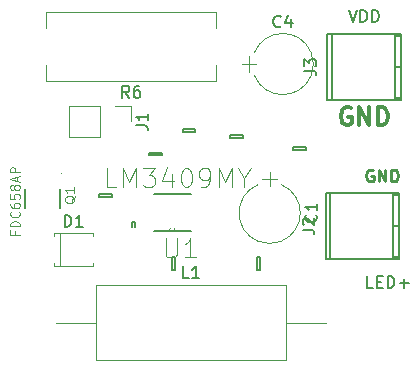
<source format=gbr>
G04 #@! TF.FileFunction,Legend,Top*
%FSLAX46Y46*%
G04 Gerber Fmt 4.6, Leading zero omitted, Abs format (unit mm)*
G04 Created by KiCad (PCBNEW 4.0.6) date 2017 July 13, Thursday 09:44:44*
%MOMM*%
%LPD*%
G01*
G04 APERTURE LIST*
%ADD10C,0.100000*%
%ADD11C,0.250000*%
%ADD12C,0.200000*%
%ADD13C,0.300000*%
%ADD14C,0.150000*%
%ADD15C,0.120000*%
%ADD16C,0.127000*%
%ADD17C,0.152400*%
%ADD18C,0.050000*%
G04 APERTURE END LIST*
D10*
D11*
X171738096Y-121500000D02*
X171642858Y-121452381D01*
X171500001Y-121452381D01*
X171357143Y-121500000D01*
X171261905Y-121595238D01*
X171214286Y-121690476D01*
X171166667Y-121880952D01*
X171166667Y-122023810D01*
X171214286Y-122214286D01*
X171261905Y-122309524D01*
X171357143Y-122404762D01*
X171500001Y-122452381D01*
X171595239Y-122452381D01*
X171738096Y-122404762D01*
X171785715Y-122357143D01*
X171785715Y-122023810D01*
X171595239Y-122023810D01*
X172214286Y-122452381D02*
X172214286Y-121452381D01*
X172785715Y-122452381D01*
X172785715Y-121452381D01*
X173261905Y-122452381D02*
X173261905Y-121452381D01*
X173500000Y-121452381D01*
X173642858Y-121500000D01*
X173738096Y-121595238D01*
X173785715Y-121690476D01*
X173833334Y-121880952D01*
X173833334Y-122023810D01*
X173785715Y-122214286D01*
X173738096Y-122309524D01*
X173642858Y-122404762D01*
X173500000Y-122452381D01*
X173261905Y-122452381D01*
D12*
X171738096Y-131452381D02*
X171261905Y-131452381D01*
X171261905Y-130452381D01*
X172071429Y-130928571D02*
X172404763Y-130928571D01*
X172547620Y-131452381D02*
X172071429Y-131452381D01*
X172071429Y-130452381D01*
X172547620Y-130452381D01*
X172976191Y-131452381D02*
X172976191Y-130452381D01*
X173214286Y-130452381D01*
X173357144Y-130500000D01*
X173452382Y-130595238D01*
X173500001Y-130690476D01*
X173547620Y-130880952D01*
X173547620Y-131023810D01*
X173500001Y-131214286D01*
X173452382Y-131309524D01*
X173357144Y-131404762D01*
X173214286Y-131452381D01*
X172976191Y-131452381D01*
X173976191Y-131071429D02*
X174738096Y-131071429D01*
X174357144Y-131452381D02*
X174357144Y-130690476D01*
X169666667Y-107952381D02*
X170000000Y-108952381D01*
X170333334Y-107952381D01*
X170666667Y-108952381D02*
X170666667Y-107952381D01*
X170904762Y-107952381D01*
X171047620Y-108000000D01*
X171142858Y-108095238D01*
X171190477Y-108190476D01*
X171238096Y-108380952D01*
X171238096Y-108523810D01*
X171190477Y-108714286D01*
X171142858Y-108809524D01*
X171047620Y-108904762D01*
X170904762Y-108952381D01*
X170666667Y-108952381D01*
X171666667Y-108952381D02*
X171666667Y-107952381D01*
X171904762Y-107952381D01*
X172047620Y-108000000D01*
X172142858Y-108095238D01*
X172190477Y-108190476D01*
X172238096Y-108380952D01*
X172238096Y-108523810D01*
X172190477Y-108714286D01*
X172142858Y-108809524D01*
X172047620Y-108904762D01*
X171904762Y-108952381D01*
X171666667Y-108952381D01*
D13*
X169857143Y-116250000D02*
X169714286Y-116178571D01*
X169500000Y-116178571D01*
X169285715Y-116250000D01*
X169142857Y-116392857D01*
X169071429Y-116535714D01*
X169000000Y-116821429D01*
X169000000Y-117035714D01*
X169071429Y-117321429D01*
X169142857Y-117464286D01*
X169285715Y-117607143D01*
X169500000Y-117678571D01*
X169642857Y-117678571D01*
X169857143Y-117607143D01*
X169928572Y-117535714D01*
X169928572Y-117035714D01*
X169642857Y-117035714D01*
X170571429Y-117678571D02*
X170571429Y-116178571D01*
X171428572Y-117678571D01*
X171428572Y-116178571D01*
X172142858Y-117678571D02*
X172142858Y-116178571D01*
X172500001Y-116178571D01*
X172714286Y-116250000D01*
X172857144Y-116392857D01*
X172928572Y-116535714D01*
X173000001Y-116821429D01*
X173000001Y-117035714D01*
X172928572Y-117321429D01*
X172857144Y-117464286D01*
X172714286Y-117607143D01*
X172500001Y-117678571D01*
X172142858Y-117678571D01*
D14*
X173410960Y-123420920D02*
X173410960Y-129019080D01*
X173908800Y-128820960D02*
X173410960Y-128820960D01*
X173410960Y-123619040D02*
X173908800Y-123619040D01*
X173908800Y-126220000D02*
X173410960Y-126220000D01*
X168109980Y-129019080D02*
X168109980Y-123420920D01*
X173908800Y-129019080D02*
X173908800Y-123420920D01*
X173908800Y-123420920D02*
X167711200Y-123420920D01*
X167711200Y-123420920D02*
X167711200Y-129019080D01*
X167711200Y-129019080D02*
X173908800Y-129019080D01*
X173560960Y-109950920D02*
X173560960Y-115549080D01*
X174058800Y-115350960D02*
X173560960Y-115350960D01*
X173560960Y-110149040D02*
X174058800Y-110149040D01*
X174058800Y-112750000D02*
X173560960Y-112750000D01*
X168259980Y-115549080D02*
X168259980Y-109950920D01*
X174058800Y-115549080D02*
X174058800Y-109950920D01*
X174058800Y-109950920D02*
X167861200Y-109950920D01*
X167861200Y-109950920D02*
X167861200Y-115549080D01*
X167861200Y-115549080D02*
X174058800Y-115549080D01*
X149650000Y-123545000D02*
X149650000Y-123795000D01*
X149650000Y-123795000D02*
X148550000Y-123795000D01*
X148550000Y-123795000D02*
X148550000Y-123545000D01*
X148550000Y-123545000D02*
X149650000Y-123545000D01*
X161915000Y-128890000D02*
X162165000Y-128890000D01*
X162165000Y-128890000D02*
X162165000Y-129990000D01*
X162165000Y-129990000D02*
X161915000Y-129990000D01*
X161915000Y-129990000D02*
X161915000Y-128890000D01*
D15*
X148610000Y-116040000D02*
X146010000Y-116040000D01*
X146010000Y-116040000D02*
X146010000Y-118700000D01*
X146010000Y-118700000D02*
X148610000Y-118700000D01*
X148610000Y-118700000D02*
X148610000Y-116040000D01*
X149880000Y-116040000D02*
X151210000Y-116040000D01*
X151210000Y-116040000D02*
X151210000Y-117370000D01*
X148240000Y-131190000D02*
X148240000Y-137610000D01*
X148240000Y-137610000D02*
X164360000Y-137610000D01*
X164360000Y-137610000D02*
X164360000Y-131190000D01*
X164360000Y-131190000D02*
X148240000Y-131190000D01*
X144880000Y-134400000D02*
X148240000Y-134400000D01*
X167720000Y-134400000D02*
X164360000Y-134400000D01*
D14*
X155600000Y-118295000D02*
X155600000Y-118045000D01*
X155600000Y-118045000D02*
X156700000Y-118045000D01*
X156700000Y-118045000D02*
X156700000Y-118295000D01*
X156700000Y-118295000D02*
X155600000Y-118295000D01*
X153870000Y-120005000D02*
X153870000Y-120255000D01*
X153870000Y-120255000D02*
X152770000Y-120255000D01*
X152770000Y-120255000D02*
X152770000Y-120005000D01*
X152770000Y-120005000D02*
X153870000Y-120005000D01*
X154705000Y-128830000D02*
X154955000Y-128830000D01*
X154955000Y-128830000D02*
X154955000Y-129930000D01*
X154955000Y-129930000D02*
X154705000Y-129930000D01*
X154705000Y-129930000D02*
X154705000Y-128830000D01*
X159600000Y-118735000D02*
X159600000Y-118485000D01*
X159600000Y-118485000D02*
X160700000Y-118485000D01*
X160700000Y-118485000D02*
X160700000Y-118735000D01*
X160700000Y-118735000D02*
X159600000Y-118735000D01*
X164980000Y-119775000D02*
X164980000Y-119525000D01*
X164980000Y-119525000D02*
X166080000Y-119525000D01*
X166080000Y-119525000D02*
X166080000Y-119775000D01*
X166080000Y-119775000D02*
X164980000Y-119775000D01*
D16*
X145200000Y-123070000D02*
X145200000Y-124670000D01*
X142300000Y-124670000D02*
X142300000Y-123070000D01*
D10*
X145400000Y-121770000D02*
G75*
G03X145400000Y-121770000I-50000J0D01*
G01*
D17*
X156279400Y-123550600D02*
X153180600Y-123550600D01*
X153180600Y-126649400D02*
X154425200Y-126649400D01*
X154425200Y-126649400D02*
X155034800Y-126649400D01*
X155034800Y-126649400D02*
X156279400Y-126649400D01*
D10*
X154425202Y-126649398D02*
G75*
G02X154577600Y-126395400I296168J-4982D01*
G01*
X154882402Y-126395399D02*
G75*
G02X155034800Y-126649400I-143772J-258981D01*
G01*
D17*
X151326400Y-126293800D02*
X151326400Y-125912800D01*
X151326400Y-125912800D02*
X151580400Y-125912800D01*
X151580400Y-125912800D02*
X151580400Y-126293800D01*
D15*
X163961400Y-127516863D02*
G75*
G03X163960000Y-122722564I-981400J2396863D01*
G01*
X161998600Y-127516863D02*
G75*
G02X162000000Y-122722564I981400J2396863D01*
G01*
X161998600Y-127516863D02*
G75*
G03X163960000Y-127517436I981400J2396863D01*
G01*
X162980000Y-121670000D02*
X162980000Y-122870000D01*
X163630000Y-122270000D02*
X162330000Y-122270000D01*
X166486863Y-111528600D02*
G75*
G03X161692564Y-111530000I-2396863J-981400D01*
G01*
X166486863Y-113491400D02*
G75*
G02X161692564Y-113490000I-2396863J981400D01*
G01*
X166486863Y-113491400D02*
G75*
G03X166487436Y-111530000I-2396863J981400D01*
G01*
X160640000Y-112510000D02*
X161840000Y-112510000D01*
X161240000Y-111860000D02*
X161240000Y-113160000D01*
X144690000Y-127030000D02*
X144690000Y-126850000D01*
X144690000Y-126850000D02*
X148010000Y-126850000D01*
X148010000Y-126850000D02*
X148010000Y-127030000D01*
X144690000Y-129390000D02*
X144690000Y-129570000D01*
X144690000Y-129570000D02*
X148010000Y-129570000D01*
X148010000Y-129570000D02*
X148010000Y-129390000D01*
X145230000Y-126850000D02*
X145230000Y-129570000D01*
X158460000Y-112580000D02*
X158460000Y-113910000D01*
X158460000Y-113910000D02*
X144040000Y-113910000D01*
X144040000Y-113910000D02*
X144040000Y-112580000D01*
X158460000Y-109420000D02*
X158460000Y-108090000D01*
X158460000Y-108090000D02*
X144040000Y-108090000D01*
X144040000Y-108090000D02*
X144040000Y-109420000D01*
D14*
X165761501Y-126553333D02*
X166475787Y-126553333D01*
X166618644Y-126600953D01*
X166713882Y-126696191D01*
X166761501Y-126839048D01*
X166761501Y-126934286D01*
X165856739Y-126124762D02*
X165809120Y-126077143D01*
X165761501Y-125981905D01*
X165761501Y-125743809D01*
X165809120Y-125648571D01*
X165856739Y-125600952D01*
X165951977Y-125553333D01*
X166047215Y-125553333D01*
X166190072Y-125600952D01*
X166761501Y-126172381D01*
X166761501Y-125553333D01*
X165911501Y-113083333D02*
X166625787Y-113083333D01*
X166768644Y-113130953D01*
X166863882Y-113226191D01*
X166911501Y-113369048D01*
X166911501Y-113464286D01*
X165911501Y-112702381D02*
X165911501Y-112083333D01*
X166292453Y-112416667D01*
X166292453Y-112273809D01*
X166340072Y-112178571D01*
X166387691Y-112130952D01*
X166482930Y-112083333D01*
X166721025Y-112083333D01*
X166816263Y-112130952D01*
X166863882Y-112178571D01*
X166911501Y-112273809D01*
X166911501Y-112559524D01*
X166863882Y-112654762D01*
X166816263Y-112702381D01*
X151662381Y-117703333D02*
X152376667Y-117703333D01*
X152519524Y-117750953D01*
X152614762Y-117846191D01*
X152662381Y-117989048D01*
X152662381Y-118084286D01*
X152662381Y-116703333D02*
X152662381Y-117274762D01*
X152662381Y-116989048D02*
X151662381Y-116989048D01*
X151805238Y-117084286D01*
X151900476Y-117179524D01*
X151948095Y-117274762D01*
X156133334Y-130642381D02*
X155657143Y-130642381D01*
X155657143Y-129642381D01*
X156990477Y-130642381D02*
X156419048Y-130642381D01*
X156704762Y-130642381D02*
X156704762Y-129642381D01*
X156609524Y-129785238D01*
X156514286Y-129880476D01*
X156419048Y-129928095D01*
D18*
X146496095Y-123678190D02*
X146458000Y-123754381D01*
X146381810Y-123830571D01*
X146267524Y-123944857D01*
X146229429Y-124021048D01*
X146229429Y-124097238D01*
X146419905Y-124059143D02*
X146381810Y-124135333D01*
X146305619Y-124211524D01*
X146153238Y-124249619D01*
X145886571Y-124249619D01*
X145734190Y-124211524D01*
X145658000Y-124135333D01*
X145619905Y-124059143D01*
X145619905Y-123906762D01*
X145658000Y-123830571D01*
X145734190Y-123754381D01*
X145886571Y-123716286D01*
X146153238Y-123716286D01*
X146305619Y-123754381D01*
X146381810Y-123830571D01*
X146419905Y-123906762D01*
X146419905Y-124059143D01*
X146419905Y-122954381D02*
X146419905Y-123411524D01*
X146419905Y-123182953D02*
X145619905Y-123182953D01*
X145734190Y-123259143D01*
X145810381Y-123335334D01*
X145848476Y-123411524D01*
X141400857Y-126681428D02*
X141400857Y-126948095D01*
X141819905Y-126948095D02*
X141019905Y-126948095D01*
X141019905Y-126567142D01*
X141819905Y-126262381D02*
X141019905Y-126262381D01*
X141019905Y-126071905D01*
X141058000Y-125957619D01*
X141134190Y-125881428D01*
X141210381Y-125843333D01*
X141362762Y-125805238D01*
X141477048Y-125805238D01*
X141629429Y-125843333D01*
X141705619Y-125881428D01*
X141781810Y-125957619D01*
X141819905Y-126071905D01*
X141819905Y-126262381D01*
X141743714Y-125005238D02*
X141781810Y-125043333D01*
X141819905Y-125157619D01*
X141819905Y-125233809D01*
X141781810Y-125348095D01*
X141705619Y-125424286D01*
X141629429Y-125462381D01*
X141477048Y-125500476D01*
X141362762Y-125500476D01*
X141210381Y-125462381D01*
X141134190Y-125424286D01*
X141058000Y-125348095D01*
X141019905Y-125233809D01*
X141019905Y-125157619D01*
X141058000Y-125043333D01*
X141096095Y-125005238D01*
X141019905Y-124319524D02*
X141019905Y-124471905D01*
X141058000Y-124548095D01*
X141096095Y-124586190D01*
X141210381Y-124662381D01*
X141362762Y-124700476D01*
X141667524Y-124700476D01*
X141743714Y-124662381D01*
X141781810Y-124624286D01*
X141819905Y-124548095D01*
X141819905Y-124395714D01*
X141781810Y-124319524D01*
X141743714Y-124281428D01*
X141667524Y-124243333D01*
X141477048Y-124243333D01*
X141400857Y-124281428D01*
X141362762Y-124319524D01*
X141324667Y-124395714D01*
X141324667Y-124548095D01*
X141362762Y-124624286D01*
X141400857Y-124662381D01*
X141477048Y-124700476D01*
X141019905Y-123519523D02*
X141019905Y-123900476D01*
X141400857Y-123938571D01*
X141362762Y-123900476D01*
X141324667Y-123824285D01*
X141324667Y-123633809D01*
X141362762Y-123557619D01*
X141400857Y-123519523D01*
X141477048Y-123481428D01*
X141667524Y-123481428D01*
X141743714Y-123519523D01*
X141781810Y-123557619D01*
X141819905Y-123633809D01*
X141819905Y-123824285D01*
X141781810Y-123900476D01*
X141743714Y-123938571D01*
X141362762Y-123024285D02*
X141324667Y-123100476D01*
X141286571Y-123138571D01*
X141210381Y-123176666D01*
X141172286Y-123176666D01*
X141096095Y-123138571D01*
X141058000Y-123100476D01*
X141019905Y-123024285D01*
X141019905Y-122871904D01*
X141058000Y-122795714D01*
X141096095Y-122757618D01*
X141172286Y-122719523D01*
X141210381Y-122719523D01*
X141286571Y-122757618D01*
X141324667Y-122795714D01*
X141362762Y-122871904D01*
X141362762Y-123024285D01*
X141400857Y-123100476D01*
X141438952Y-123138571D01*
X141515143Y-123176666D01*
X141667524Y-123176666D01*
X141743714Y-123138571D01*
X141781810Y-123100476D01*
X141819905Y-123024285D01*
X141819905Y-122871904D01*
X141781810Y-122795714D01*
X141743714Y-122757618D01*
X141667524Y-122719523D01*
X141515143Y-122719523D01*
X141438952Y-122757618D01*
X141400857Y-122795714D01*
X141362762Y-122871904D01*
X141591333Y-122414761D02*
X141591333Y-122033809D01*
X141819905Y-122490952D02*
X141019905Y-122224285D01*
X141819905Y-121957618D01*
X141819905Y-121690952D02*
X141019905Y-121690952D01*
X141019905Y-121386190D01*
X141058000Y-121309999D01*
X141096095Y-121271904D01*
X141172286Y-121233809D01*
X141286571Y-121233809D01*
X141362762Y-121271904D01*
X141400857Y-121309999D01*
X141438952Y-121386190D01*
X141438952Y-121690952D01*
X154166276Y-127249905D02*
X154166276Y-128577524D01*
X154244371Y-128733714D01*
X154322467Y-128811810D01*
X154478657Y-128889905D01*
X154791038Y-128889905D01*
X154947229Y-128811810D01*
X155025324Y-128733714D01*
X155103419Y-128577524D01*
X155103419Y-127249905D01*
X156743419Y-128889905D02*
X155806276Y-128889905D01*
X156274847Y-128889905D02*
X156274847Y-127249905D01*
X156118657Y-127484190D01*
X155962466Y-127640381D01*
X155806276Y-127718476D01*
X149993867Y-122946305D02*
X149212914Y-122946305D01*
X149212914Y-121306305D01*
X150540533Y-122946305D02*
X150540533Y-121306305D01*
X151087200Y-122477733D01*
X151633867Y-121306305D01*
X151633867Y-122946305D01*
X152258629Y-121306305D02*
X153273867Y-121306305D01*
X152727200Y-121931067D01*
X152961486Y-121931067D01*
X153117676Y-122009162D01*
X153195772Y-122087257D01*
X153273867Y-122243448D01*
X153273867Y-122633924D01*
X153195772Y-122790114D01*
X153117676Y-122868210D01*
X152961486Y-122946305D01*
X152492914Y-122946305D01*
X152336724Y-122868210D01*
X152258629Y-122790114D01*
X154679581Y-121852971D02*
X154679581Y-122946305D01*
X154289105Y-121228210D02*
X153898629Y-122399638D01*
X154913867Y-122399638D01*
X155851010Y-121306305D02*
X156007201Y-121306305D01*
X156163391Y-121384400D01*
X156241486Y-121462495D01*
X156319582Y-121618686D01*
X156397677Y-121931067D01*
X156397677Y-122321543D01*
X156319582Y-122633924D01*
X156241486Y-122790114D01*
X156163391Y-122868210D01*
X156007201Y-122946305D01*
X155851010Y-122946305D01*
X155694820Y-122868210D01*
X155616724Y-122790114D01*
X155538629Y-122633924D01*
X155460534Y-122321543D01*
X155460534Y-121931067D01*
X155538629Y-121618686D01*
X155616724Y-121462495D01*
X155694820Y-121384400D01*
X155851010Y-121306305D01*
X157178629Y-122946305D02*
X157491010Y-122946305D01*
X157647201Y-122868210D01*
X157725296Y-122790114D01*
X157881487Y-122555829D01*
X157959582Y-122243448D01*
X157959582Y-121618686D01*
X157881487Y-121462495D01*
X157803391Y-121384400D01*
X157647201Y-121306305D01*
X157334820Y-121306305D01*
X157178629Y-121384400D01*
X157100534Y-121462495D01*
X157022439Y-121618686D01*
X157022439Y-122009162D01*
X157100534Y-122165352D01*
X157178629Y-122243448D01*
X157334820Y-122321543D01*
X157647201Y-122321543D01*
X157803391Y-122243448D01*
X157881487Y-122165352D01*
X157959582Y-122009162D01*
X158662439Y-122946305D02*
X158662439Y-121306305D01*
X159209106Y-122477733D01*
X159755773Y-121306305D01*
X159755773Y-122946305D01*
X160849106Y-122165352D02*
X160849106Y-122946305D01*
X160302439Y-121306305D02*
X160849106Y-122165352D01*
X161395773Y-121306305D01*
D14*
X166897143Y-125286666D02*
X166944762Y-125334285D01*
X166992381Y-125477142D01*
X166992381Y-125572380D01*
X166944762Y-125715238D01*
X166849524Y-125810476D01*
X166754286Y-125858095D01*
X166563810Y-125905714D01*
X166420952Y-125905714D01*
X166230476Y-125858095D01*
X166135238Y-125810476D01*
X166040000Y-125715238D01*
X165992381Y-125572380D01*
X165992381Y-125477142D01*
X166040000Y-125334285D01*
X166087619Y-125286666D01*
X166992381Y-124334285D02*
X166992381Y-124905714D01*
X166992381Y-124620000D02*
X165992381Y-124620000D01*
X166135238Y-124715238D01*
X166230476Y-124810476D01*
X166278095Y-124905714D01*
X163923334Y-109307143D02*
X163875715Y-109354762D01*
X163732858Y-109402381D01*
X163637620Y-109402381D01*
X163494762Y-109354762D01*
X163399524Y-109259524D01*
X163351905Y-109164286D01*
X163304286Y-108973810D01*
X163304286Y-108830952D01*
X163351905Y-108640476D01*
X163399524Y-108545238D01*
X163494762Y-108450000D01*
X163637620Y-108402381D01*
X163732858Y-108402381D01*
X163875715Y-108450000D01*
X163923334Y-108497619D01*
X164780477Y-108735714D02*
X164780477Y-109402381D01*
X164542381Y-108354762D02*
X164304286Y-109069048D01*
X164923334Y-109069048D01*
X145611905Y-126302381D02*
X145611905Y-125302381D01*
X145850000Y-125302381D01*
X145992858Y-125350000D01*
X146088096Y-125445238D01*
X146135715Y-125540476D01*
X146183334Y-125730952D01*
X146183334Y-125873810D01*
X146135715Y-126064286D01*
X146088096Y-126159524D01*
X145992858Y-126254762D01*
X145850000Y-126302381D01*
X145611905Y-126302381D01*
X147135715Y-126302381D02*
X146564286Y-126302381D01*
X146850000Y-126302381D02*
X146850000Y-125302381D01*
X146754762Y-125445238D01*
X146659524Y-125540476D01*
X146564286Y-125588095D01*
X151083334Y-115362381D02*
X150750000Y-114886190D01*
X150511905Y-115362381D02*
X150511905Y-114362381D01*
X150892858Y-114362381D01*
X150988096Y-114410000D01*
X151035715Y-114457619D01*
X151083334Y-114552857D01*
X151083334Y-114695714D01*
X151035715Y-114790952D01*
X150988096Y-114838571D01*
X150892858Y-114886190D01*
X150511905Y-114886190D01*
X151940477Y-114362381D02*
X151750000Y-114362381D01*
X151654762Y-114410000D01*
X151607143Y-114457619D01*
X151511905Y-114600476D01*
X151464286Y-114790952D01*
X151464286Y-115171905D01*
X151511905Y-115267143D01*
X151559524Y-115314762D01*
X151654762Y-115362381D01*
X151845239Y-115362381D01*
X151940477Y-115314762D01*
X151988096Y-115267143D01*
X152035715Y-115171905D01*
X152035715Y-114933810D01*
X151988096Y-114838571D01*
X151940477Y-114790952D01*
X151845239Y-114743333D01*
X151654762Y-114743333D01*
X151559524Y-114790952D01*
X151511905Y-114838571D01*
X151464286Y-114933810D01*
M02*

</source>
